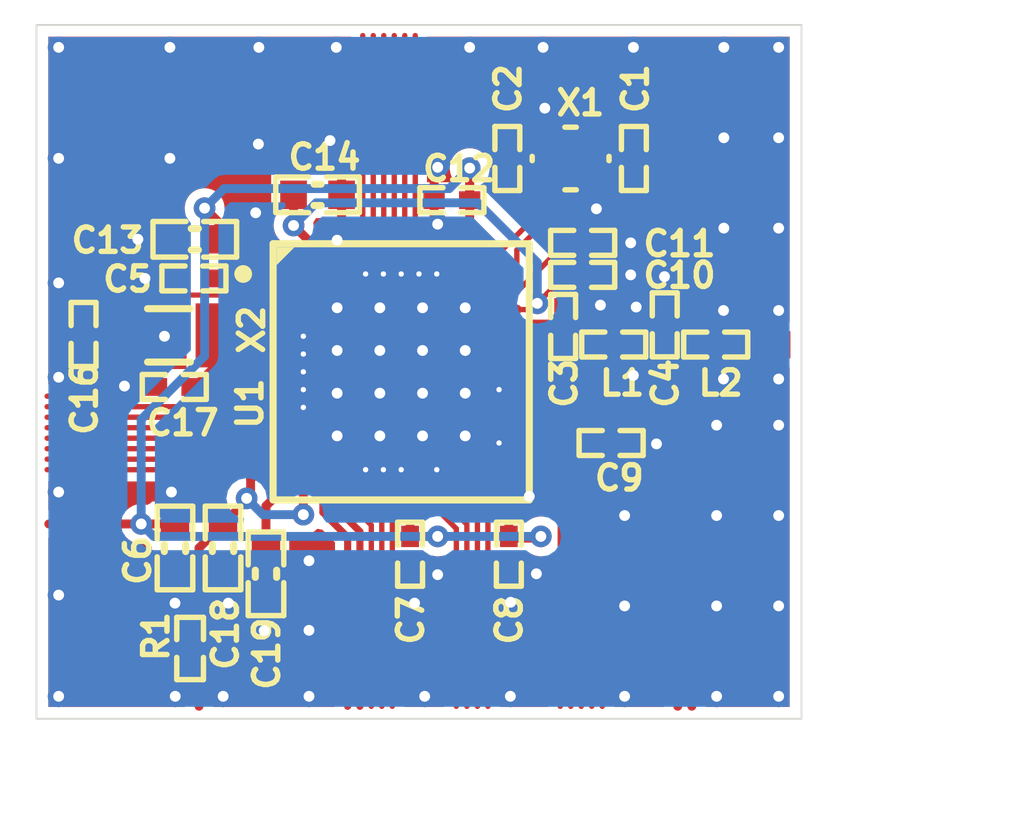
<source format=kicad_pcb>
(kicad_pcb (version 20241229) (generator "pcbnew") (generator_version "9.0")
  (layers (0 "F.Cu" signal "Top Layer") (4 "In1.Cu" signal "Mid Layer 1") (6 "In2.Cu" signal "Mid Layer 2") (2 "B.Cu" signal "Bottom Layer") (13 "F.Paste" user "Top Paste") (15 "B.Paste" user "Bottom Paste") (5 "F.SilkS" user "Top Overlay") (7 "B.SilkS" user "Bottom Overlay") (1 "F.Mask" user "Top Solder") (3 "B.Mask" user "Bottom Solder") (25 "Edge.Cuts" user))
  (property "ADDRESS1" "")
  (property "ADDRESS2" "")
  (property "ADDRESS3" "")
  (property "ADDRESS4" "")
  (property "BOARDTITLE" "nRF52833-QIAA Ref. Layout (LDO only, VBUS supply)")
  (property "DOCUMENTNUMBER" "")
  (property "DOCUMENTSIZE" "A4")
  (property "DRAWNBY" "RUBR")
  (property "ORGANIZATION" "")
  (property "PROJECTNUMBER" "")
  (property "SHEETTOTAL" "1")
  (net 0 "")
  (net 1 "VBUS")
  (net 2 "NetC4_2")
  (net 3 "NetC19_1")
  (net 4 "P0.19")
  (net 5 "P1.03")
  (net 6 "P1.05")
  (net 7 "P0.23")
  (net 8 "P0.25")
  (net 9 "P1.09")
  (net 10 "P1.08")
  (net 11 "P1.07")
  (net 12 "P1.06")
  (net 13 "P1.04")
  (net 14 "P1.02")
  (net 15 "P1.01")
  (net 16 "P1.00")
  (net 17 "P0.31/AIN7")
  (net 18 "P0.30/AIN6")
  (net 19 "P0.29/AIN5")
  (net 20 "P0.18/RESET")
  (net 21 "P0.10/NFC2")
  (net 22 "P0.09/NFC1")
  (net 23 "VBUS_nRF")
  (net 24 "NetC9_1")
  (net 25 "D-")
  (net 26 "D+")
  (net 27 "VDD_NRF")
  (net 28 "SWDIO")
  (net 29 "RF")
  (net 30 "P0.28/AIN4")
  (net 31 "P0.05/AIN3")
  (net 32 "P0.04/AIN2")
  (net 33 "P0.03/AIN1")
  (net 34 "P0.02/AIN0")
  (net 35 "P0.01/XL2")
  (net 36 "P0.00/XL1")
  (net 37 "NetC3_2")
  (net 38 "DEC3")
  (net 39 "GND")
  (net 40 "SWDCLK")
  (net 41 "P0.27")
  (net 42 "P0.26")
  (net 43 "P0.24")
  (net 44 "P0.22")
  (net 45 "P0.21")
  (net 46 "P0.20")
  (net 47 "P0.17")
  (net 48 "P0.16")
  (net 49 "P0.15")
  (net 50 "P0.14")
  (net 51 "P0.13")
  (net 52 "P0.12")
  (net 53 "P0.11")
  (net 54 "P0.08")
  (net 55 "P0.07")
  (net 56 "P0.06")
  (net 57 "DEC1")
  (net 58 "DEC4_6")
  (net 59 "XC1")
  (net 60 "XC2")
  (footprint "AQFN50P700X700X85_HS-74N:AQFN50P700X700X85_HS-74N" (layer "F.Cu") (at 148.0011 105.0036)
    (property "Reference" "U1")
    (property "Value" "nRF52833-QIAA" (hide yes))
  )
  (footprint "Passive:CAPC1608X06L" (layer "F.Cu") (at 145.6511 100.0286 180)
    (property "Reference" "C14")
    (property "Value" "1.0µF" (hide yes))
  )
  (footprint "Crystal_Osc$:BT-XTAL_2016" (layer "F.Cu") (at 152.7623 99.00819 180)
    (property "Reference" "X1")
    (property "Value" "32MHz" (hide yes))
  )
  (footprint "0402:CAPC1005X04L" (layer "F.Cu") (at 151.0261 110.1286 -90)
    (property "Reference" "C8")
    (property "Value" "100nF" (hide yes))
  )
  (footprint "Passive:INDC1005X04L" (layer "F.Cu") (at 156.8403 104.2366)
    (property "Reference" "L2")
    (property "Value" "2.2nH" (hide yes))
  )
  (footprint "Passive:CAPC1005X04L" (layer "F.Cu") (at 153.1011 102.2786 180)
    (property "Reference" "C10")
    (property "Value" "N.C." (hide yes))
  )
  (footprint "pcblib:XTAL_3215" (layer "F.Cu") (at 141.4737 103.9786)
    (property "Reference" "X2")
    (property "Value" "32.768kHz" (hide yes))
  )
  (footprint "0402:CAPC1005X04L" (layer "F.Cu") (at 153.90107 107.0036)
    (property "Reference" "C9")
    (property "Value" "820pF" (hide yes))
  )
  (footprint "" (layer "F.Cu") (at 158.5581 104.2416)
    (property "Reference" "")
    (property "Value" "")
  )
  (footprint "Passive:CAPC1005X04L" (layer "F.Cu") (at 139.0737 103.9536 90)
    (property "Reference" "C16")
    (property "Value" "12pF" (hide yes))
  )
  (footprint "0402:CAPC1005X04L" (layer "F.Cu") (at 142.1761 102.3786 180)
    (property "Reference" "C5")
    (property "Value" "100nF" (hide yes))
  )
  (footprint "Passive:CAPC1005X04L" (layer "F.Cu") (at 141.6237 105.4286 180)
    (property "Reference" "C17")
    (property "Value" "12pF" (hide yes))
  )
  (footprint "0402:CAPC1005X04L" (layer "F.Cu") (at 154.5403 99.00819 -90)
    (property "Reference" "C1")
    (property "Value" "12pF" (hide yes))
  )
  (footprint "Passive:CAPC1005X04L" (layer "F.Cu") (at 149.4261 100.17859 180)
    (property "Reference" "C12")
    (property "Value" "100nF" (hide yes))
  )
  (footprint "Passive:CAPC1608X06L" (layer "F.Cu") (at 144.20107 110.6786 -90)
    (property "Reference" "C19")
    (property "Value" "4.7µF" (hide yes))
  )
  (footprint "Inductors$:INDC1005X04L" (layer "F.Cu") (at 153.97509 104.2362)
    (property "Reference" "L1")
    (property "Value" "4.7nH" (hide yes))
  )
  (footprint "Nordic Passive DB:CAPC1005X04L" (layer "F.Cu") (at 152.55269 103.7282 -90)
    (property "Reference" "C3")
    (property "Value" "1.0pF" (hide yes))
  )
  (footprint "Passive:RESC1005X04L" (layer "F.Cu") (at 142.0691 112.7786 90)
    (property "Reference" "R1")
    (property "Value" "2R2" (hide yes))
  )
  (footprint "0402:CAPC1005X04L" (layer "F.Cu") (at 148.2511 110.1286 -90)
    (property "Reference" "C7")
    (property "Value" "100nF" (hide yes))
  )
  (footprint "Passive:CAPC1005X04L" (layer "F.Cu") (at 155.40766 103.6828 -90)
    (property "Reference" "C4")
    (property "Value" "1.2pF" (hide yes))
  )
  (footprint "Passive:CAPC1608X06L" (layer "F.Cu") (at 141.6441 109.95361 -90)
    (property "Reference" "C6")
    (property "Value" "4.7µF" (hide yes))
  )
  (footprint "Passive:CAPC1608X06L" (layer "F.Cu") (at 142.20109 101.2786 180)
    (property "Reference" "C13")
    (property "Value" "1.0µF" (hide yes))
  )
  (footprint "Passive:CAPC1608X06L" (layer "F.Cu") (at 142.99409 109.95361 -90)
    (property "Reference" "C18")
    (property "Value" "4.7µF" (hide yes))
  )
  (footprint "Passive:CAPC1005X04L" (layer "F.Cu") (at 153.1011 101.3786)
    (property "Reference" "C11")
    (property "Value" "100pF" (hide yes))
  )
  (footprint "0402:CAPC1005X04L" (layer "F.Cu") (at 150.9843 99.00819 90)
    (property "Reference" "C2")
    (property "Value" "12pF" (hide yes))
  )
  (gr_line (start 137.7511 114.7536) (end 159.2511 114.7536) (stroke (width 0.05)) (layer "Edge.Cuts"))
  (gr_line (start 159.2511 95.2536) (end 137.7511 95.2536) (stroke (width 0.05)) (layer "Edge.Cuts"))
  (gr_line (start 159.2511 114.7536) (end 159.2511 95.2536) (stroke (width 0.05)) (layer "Edge.Cuts"))
  (gr_line (start 137.7511 95.2536) (end 137.7511 114.7536) (stroke (width 0.05)) (layer "Edge.Cuts"))
  (segment (start 142.0691 113.3036) (end 142.0691 113.2786) (width 0.25) (layer "F.Cu") (net 1))
  (segment (start 142.0691 113.3036) (end 142.3191 113.5536) (width 0.25) (layer "F.Cu") (net 1))
  (segment (start 142.3191 114.4016) (end 142.3191 113.5536) (width 0.25) (layer "F.Cu") (net 1))
  (segment (start 154.51866 104.2416) (end 156.3069 104.2416) (width 0.762) (layer "F.Cu") (net 2))
  (segment (start 145.09597 107.8791) (end 145.8756 107.8791) (width 0.184) (layer "F.Cu") (net 3))
  (segment (start 144.84359 108.13148) (end 145.09597 107.8791) (width 0.184) (layer "F.Cu") (net 3))
  (segment (start 145.8756 107.8791) (end 146.0011 107.7536) (width 0.184) (layer "F.Cu") (net 3))
  (segment (start 144.20107 108.774) (end 144.84359 108.13148) (width 0.25) (layer "F.Cu") (net 3))
  (segment (start 144.20107 110.0036) (end 144.20107 108.774) (width 0.25) (layer "F.Cu") (net 3))
  (segment (start 147.8061 101.21642) (end 148.2511 101.66141) (width 0.15) (layer "F.Cu") (net 4))
  (segment (start 147.8061 101.21642) (end 147.8061 95.5536) (width 0.15) (layer "F.Cu") (net 4))
  (segment (start 148.2511 101.7536) (end 148.2511 101.66141) (width 0.15) (layer "F.Cu") (net 4))
  (via blind (at 148.50109 102.2536) (size 0.35) (drill 0.15) (layers "F.Cu" "In1.Cu") (net 5))
  (segment (start 148.7511 101.7536) (end 148.7511 101.74422) (width 0.15) (layer "F.Cu") (net 6))
  (segment (start 148.1011 101.09422) (end 148.1011 95.5536) (width 0.15) (layer "F.Cu") (net 6))
  (segment (start 148.1011 101.09422) (end 148.7511 101.74422) (width 0.15) (layer "F.Cu") (net 6))
  (via blind (at 149.0011 102.2536) (size 0.35) (drill 0.15) (layers "F.Cu" "In1.Cu") (net 7))
  (segment (start 148.82017 101.3961) (end 149.39918 101.3961) (width 0.15) (layer "F.Cu") (net 8))
  (segment (start 148.3961 100.97203) (end 148.82017 101.3961) (width 0.15) (layer "F.Cu") (net 8))
  (segment (start 148.3961 100.97203) (end 148.3961 95.5536) (width 0.15) (layer "F.Cu") (net 8))
  (segment (start 149.39918 101.3961) (end 149.7511 101.74802) (width 0.15) (layer "F.Cu") (net 8))
  (segment (start 142.8711 107.4586) (end 144.57609 105.7536) (width 0.15) (layer "F.Cu") (net 9))
  (segment (start 138.0511 107.4586) (end 142.8711 107.4586) (width 0.15) (layer "F.Cu") (net 9))
  (segment (start 144.57609 105.7536) (end 144.7511 105.7536) (width 0.15) (layer "F.Cu") (net 9))
  (via blind (at 145.2511 105.5036) (size 0.35) (drill 0.15) (layers "F.Cu" "In1.Cu") (net 10))
  (via blind (at 150.7511 105.5036) (size 0.35) (drill 0.15) (layers "F.Cu" "In1.Cu") (net 11))
  (segment (start 153.6515 114.40361) (end 153.6515 108.13523) (width 0.15) (layer "F.Cu") (net 12))
  (segment (start 151.26987 105.7536) (end 153.6515 108.13523) (width 0.15) (layer "F.Cu") (net 12))
  (segment (start 151.2511 105.7536) (end 151.26987 105.7536) (width 0.15) (layer "F.Cu") (net 12))
  (segment (start 151.2511 106.2536) (end 151.35267 106.2536) (width 0.15) (layer "F.Cu") (net 13))
  (segment (start 151.35267 106.2536) (end 153.3565 108.25742) (width 0.15) (layer "F.Cu") (net 13))
  (segment (start 153.3565 114.40361) (end 153.3565 108.25742) (width 0.15) (layer "F.Cu") (net 13))
  (segment (start 153.0615 114.40361) (end 153.0615 108.37962) (width 0.15) (layer "F.Cu") (net 14))
  (segment (start 151.43548 106.7536) (end 153.0615 108.37962) (width 0.15) (layer "F.Cu") (net 14))
  (segment (start 151.2511 106.7536) (end 151.43548 106.7536) (width 0.15) (layer "F.Cu") (net 14))
  (via blind (at 150.7511 107.0036) (size 0.35) (drill 0.15) (layers "F.Cu" "In1.Cu") (net 15))
  (segment (start 150.4385 114.4036) (end 150.4385 109.04605) (width 0.15) (layer "F.Cu") (net 16))
  (segment (start 150.2511 108.85865) (end 150.2511 108.2536) (width 0.15) (layer "F.Cu") (net 16))
  (segment (start 150.2511 108.85865) (end 150.4385 109.04605) (width 0.15) (layer "F.Cu") (net 16))
  (segment (start 146.7511 101.7536) (end 146.7511 101.5436) (width 0.15) (layer "F.Cu") (net 17))
  (segment (start 146.7511 101.5436) (end 146.9211 101.3736) (width 0.15) (layer "F.Cu") (net 17))
  (segment (start 146.9211 101.3736) (end 146.9211 95.5536) (width 0.15) (layer "F.Cu") (net 17))
  (via blind (at 147.0011 102.2536) (size 0.35) (drill 0.15) (layers "F.Cu" "In1.Cu") (net 18))
  (segment (start 147.2161 101.71861) (end 147.2161 95.5536) (width 0.15) (layer "F.Cu") (net 19))
  (segment (start 147.2161 101.71861) (end 147.2511 101.7536) (width 0.15) (layer "F.Cu") (net 19))
  (via blind (at 148.0011 107.7536) (size 0.35) (drill 0.15) (layers "F.Cu" "In1.Cu") (net 20))
  (segment (start 156.1685 114.4016) (end 156.1685 106.56719) (width 0.25) (layer "F.Cu") (net 21))
  (segment (start 151.44462 104.2536) (end 153.04962 105.8586) (width 0.25) (layer "F.Cu") (net 21))
  (segment (start 155.45991 105.8586) (end 156.1685 106.56719) (width 0.25) (layer "F.Cu") (net 21))
  (segment (start 153.04962 105.8586) (end 155.45991 105.8586) (width 0.25) (layer "F.Cu") (net 21))
  (segment (start 151.2511 104.2536) (end 151.44462 104.2536) (width 0.25) (layer "F.Cu") (net 21))
  (segment (start 151.2511 104.7536) (end 151.386 104.7536) (width 0.25) (layer "F.Cu") (net 22))
  (segment (start 152.886 106.2536) (end 155.2963 106.2536) (width 0.25) (layer "F.Cu") (net 22))
  (segment (start 151.386 104.7536) (end 152.886 106.2536) (width 0.25) (layer "F.Cu") (net 22))
  (segment (start 155.7735 114.4016) (end 155.7735 106.7308) (width 0.25) (layer "F.Cu") (net 22))
  (segment (start 155.2963 106.2536) (end 155.7735 106.7308) (width 0.25) (layer "F.Cu") (net 22))
  (segment (start 145.01631 107.1621) (end 145.1748 107.0036) (width 0.25) (layer "F.Cu") (net 23))
  (segment (start 144.63131 107.1621) (end 145.01631 107.1621) (width 0.25) (layer "F.Cu") (net 23))
  (segment (start 142.3191 109.9536) (end 142.99409 109.27861) (width 0.25) (layer "F.Cu") (net 23))
  (segment (start 143.76909 108.02432) (end 144.63131 107.1621) (width 0.25) (layer "F.Cu") (net 23))
  (segment (start 145.2511 109.0168) (end 145.2511 108.2536) (width 0.25) (layer "F.Cu") (net 23))
  (segment (start 142.3191 112.0286) (end 142.3191 109.9536) (width 0.25) (layer "F.Cu") (net 23))
  (segment (start 142.0691 112.2786) (end 142.3191 112.0286) (width 0.25) (layer "F.Cu") (net 23))
  (segment (start 142.99409 109.27861) (end 143.76909 108.5036) (width 0.25) (layer "F.Cu") (net 23))
  (segment (start 143.76909 108.5036) (end 143.76909 108.02432) (width 0.25) (layer "F.Cu") (net 23))
  (segment (start 145.1748 107.0036) (end 145.2511 107.0036) (width 0.25) (layer "F.Cu") (net 23))
  (via (at 143.6577 108.5596) (size 0.6096) (drill 0.3048) (layers "F.Cu" "B.Cu") (net 23))
  (via (at 145.2511 109.0168) (size 0.6096) (drill 0.3048) (layers "F.Cu" "B.Cu") (net 23))
  (segment (start 143.6831 108.585) (end 144.1149 109.0168) (width 0.25) (layer "B.Cu") (net 23))
  (segment (start 144.1149 109.0168) (end 145.2511 109.0168) (width 0.25) (layer "B.Cu") (net 23))
  (segment (start 151.2511 105.2536) (end 151.32739 105.2536) (width 0.25) (layer "F.Cu") (net 24))
  (segment (start 153.07739 107.0036) (end 153.40107 107.0036) (width 0.25) (layer "F.Cu") (net 24))
  (segment (start 151.32739 105.2536) (end 153.07739 107.0036) (width 0.25) (layer "F.Cu") (net 24))
  (segment (start 146.4961 114.4036) (end 146.4961 109.6486) (width 0.2) (layer "F.Cu") (net 25))
  (segment (start 145.8009 108.9534) (end 146.4961 109.6486) (width 0.2) (layer "F.Cu") (net 25))
  (segment (start 145.8009 108.9534) (end 145.8009 108.30341) (width 0.2) (layer "F.Cu") (net 25))
  (segment (start 145.7511 108.2536) (end 145.8009 108.30341) (width 0.2) (layer "F.Cu") (net 25))
  (segment (start 146.25109 108.9036) (end 146.25109 108.2536) (width 0.2) (layer "F.Cu") (net 26))
  (segment (start 146.25109 108.9036) (end 146.8411 109.4936) (width 0.2) (layer "F.Cu") (net 26))
  (segment (start 146.8411 114.4036) (end 146.8411 109.4936) (width 0.2) (layer "F.Cu") (net 26))
  (segment (start 149.92611 100.15361) (end 149.92611 99.27859) (width 0.25) (layer "F.Cu") (net 27))
  (segment (start 149.9261 101.0536) (end 150.2511 101.3786) (width 0.25) (layer "F.Cu") (net 27))
  (segment (start 148.2511 109.6286) (end 149.0261 109.6286) (width 0.25) (layer "F.Cu") (net 27))
  (segment (start 150.7511 108.2536) (end 151.0261 108.5286) (width 0.25) (layer "F.Cu") (net 27))
  (segment (start 151.0261 109.6286) (end 151.0261 108.5286) (width 0.25) (layer "F.Cu") (net 27))
  (segment (start 141.6441 109.27861) (end 142.8191 108.1036) (width 0.25) (layer "F.Cu") (net 27))
  (segment (start 149.92611 100.15361) (end 149.93859 100.16609) (width 0.25) (layer "F.Cu") (net 27))
  (segment (start 138.0973 109.27861) (end 140.6941 109.27861) (width 0.25) (layer "F.Cu") (net 27))
  (segment (start 142.87609 101.2786) (end 142.87609 100.8036) (width 0.25) (layer "F.Cu") (net 27))
  (segment (start 150.2511 101.7536) (end 150.2511 101.3786) (width 0.25) (layer "F.Cu") (net 27))
  (segment (start 143.13119 108.1036) (end 144.48119 106.7536) (width 0.25) (layer "F.Cu") (net 27))
  (segment (start 148.2511 109.6286) (end 148.2511 108.2536) (width 0.25) (layer "F.Cu") (net 27))
  (segment (start 151.0261 109.6286) (end 151.0761 109.6786) (width 0.25) (layer "F.Cu") (net 27))
  (segment (start 149.9261 100.02858) (end 149.9261 99.2786) (width 0.25) (layer "F.Cu") (net 27))
  (segment (start 149.9261 101.0536) (end 149.9261 100.17859) (width 0.25) (layer "F.Cu") (net 27))
  (segment (start 142.87609 101.2786) (end 143.7761 101.2786) (width 0.25) (layer "F.Cu") (net 27))
  (segment (start 142.4761 100.4036) (end 142.87609 100.8036) (width 0.25) (layer "F.Cu") (net 27))
  (segment (start 140.6941 109.27861) (end 141.6441 109.27861) (width 0.25) (layer "F.Cu") (net 27))
  (segment (start 143.7761 101.2786) (end 144.7511 102.2536) (width 0.25) (layer "F.Cu") (net 27))
  (segment (start 151.0761 109.6786) (end 151.9261 109.6786) (width 0.25) (layer "F.Cu") (net 27))
  (segment (start 142.8191 108.1036) (end 143.13119 108.1036) (width 0.25) (layer "F.Cu") (net 27))
  (segment (start 144.48119 106.7536) (end 144.7511 106.7536) (width 0.25) (layer "F.Cu") (net 27))
  (via (at 140.6941 109.27861) (size 0.6096) (drill 0.3048) (layers "F.Cu" "B.Cu") (net 27))
  (via (at 149.92611 99.27859) (size 0.6096) (drill 0.3048) (layers "F.Cu" "B.Cu") (net 27))
  (via (at 149.0261 109.6286) (size 0.6096) (drill 0.3048) (layers "F.Cu" "B.Cu") (net 27))
  (via (at 142.4761 100.4036) (size 0.6096) (drill 0.3048) (layers "F.Cu" "B.Cu") (net 27))
  (via (at 151.9261 109.6286) (size 0.6096) (drill 0.3048) (layers "F.Cu" "B.Cu") (net 27))
  (segment (start 140.6941 109.27861) (end 141.0441 109.6286) (width 0.25) (layer "B.Cu") (net 27))
  (segment (start 143.02589 99.8538) (end 149.3509 99.8538) (width 0.25) (layer "B.Cu") (net 27))
  (segment (start 140.6941 106.3416) (end 142.4761 104.5596) (width 0.25) (layer "B.Cu") (net 27))
  (segment (start 142.4761 104.5596) (end 142.4761 100.4036) (width 0.25) (layer "B.Cu") (net 27))
  (segment (start 142.4761 100.4036) (end 143.02589 99.8538) (width 0.25) (layer "B.Cu") (net 27))
  (segment (start 140.6941 109.27861) (end 140.6941 106.3416) (width 0.25) (layer "B.Cu") (net 27))
  (segment (start 141.0441 109.6286) (end 149.0261 109.6286) (width 0.25) (layer "B.Cu") (net 27))
  (segment (start 149.0261 109.6286) (end 149.0261 109.6286) (width 0.25) (layer "B.Cu") (net 27))
  (segment (start 149.0261 109.6286) (end 151.9261 109.6286) (width 0.25) (layer "B.Cu") (net 27))
  (segment (start 149.3509 99.8538) (end 149.92611 99.27859) (width 0.25) (layer "B.Cu") (net 27))
  (segment (start 151.6011 107.7536) (end 152.4715 108.624) (width 0.15) (layer "F.Cu") (net 28))
  (segment (start 151.2511 107.7536) (end 151.6011 107.7536) (width 0.15) (layer "F.Cu") (net 28))
  (segment (start 152.4715 114.40361) (end 152.4715 108.624) (width 0.15) (layer "F.Cu") (net 28))
  (segment (start 157.3737 104.2416) (end 158.5011 104.2416) (width 0.762) (layer "F.Cu") (net 29))
  (via blind (at 147.5011 102.2536) (size 0.35) (drill 0.15) (layers "F.Cu" "In1.Cu") (net 30))
  (via blind (at 145.2511 104.5036) (size 0.35) (drill 0.15) (layers "F.Cu" "In1.Cu") (net 31))
  (segment (start 138.0511 106.5736) (end 142.42552 106.5736) (width 0.15) (layer "F.Cu") (net 32))
  (segment (start 144.74551 104.2536) (end 144.7511 104.2536) (width 0.15) (layer "F.Cu") (net 32))
  (segment (start 142.42552 106.5736) (end 144.74551 104.2536) (width 0.15) (layer "F.Cu") (net 32))
  (via blind (at 148.0011 102.2536) (size 0.35) (drill 0.15) (layers "F.Cu" "In1.Cu") (net 33))
  (segment (start 147.7511 101.7536) (end 147.7511 101.5786) (width 0.15) (layer "F.Cu") (net 34))
  (segment (start 147.5111 101.33861) (end 147.5111 95.5536) (width 0.15) (layer "F.Cu") (net 34))
  (segment (start 147.5111 101.33861) (end 147.7511 101.5786) (width 0.15) (layer "F.Cu") (net 34))
  (segment (start 142.7237 104.8286) (end 142.7237 103.9786) (width 0.145) (layer "F.Cu") (net 35))
  (segment (start 145.14609 103.3986) (end 145.2511 103.5036) (width 0.145) (layer "F.Cu") (net 35))
  (segment (start 143.30371 103.3986) (end 145.14609 103.3986) (width 0.145) (layer "F.Cu") (net 35))
  (segment (start 141.7937 105.9836) (end 142.1237 105.6536) (width 0.15) (layer "F.Cu") (net 35))
  (segment (start 142.7237 103.9786) (end 143.30371 103.3986) (width 0.145) (layer "F.Cu") (net 35))
  (segment (start 142.1237 105.4286) (end 142.7237 104.8286) (width 0.145) (layer "F.Cu") (net 35))
  (segment (start 138.0511 105.9836) (end 141.7937 105.9836) (width 0.15) (layer "F.Cu") (net 35))
  (segment (start 142.1237 105.6536) (end 142.1237 105.4286) (width 0.15) (layer "F.Cu") (net 35))
  (segment (start 139.7487 104.4536) (end 140.2237 103.9786) (width 0.145) (layer "F.Cu") (net 36))
  (segment (start 144.1561 103.10861) (end 145.14609 103.10861) (width 0.145) (layer "F.Cu") (net 36))
  (segment (start 139.0737 105.32558) (end 139.0737 104.4536) (width 0.15) (layer "F.Cu") (net 36))
  (segment (start 141.5086 102.8461) (end 143.88423 102.8461) (width 0.145) (layer "F.Cu") (net 36))
  (segment (start 138.71068 105.6886) (end 139.0737 105.32558) (width 0.15) (layer "F.Cu") (net 36))
  (segment (start 143.88423 102.8461) (end 144.13423 103.09611) (width 0.145) (layer "F.Cu") (net 36))
  (segment (start 140.2237 103.9786) (end 140.3761 103.9786) (width 0.145) (layer "F.Cu") (net 36))
  (segment (start 145.14609 103.10861) (end 145.2511 103.0036) (width 0.145) (layer "F.Cu") (net 36))
  (segment (start 138.0511 105.6886) (end 138.71068 105.6886) (width 0.15) (layer "F.Cu") (net 36))
  (segment (start 139.0737 104.4536) (end 139.7487 104.4536) (width 0.145) (layer "F.Cu") (net 36))
  (segment (start 140.3761 103.9786) (end 141.5086 102.8461) (width 0.145) (layer "F.Cu") (net 36))
  (segment (start 144.13423 103.09611) (end 144.1436 103.09611) (width 0.145) (layer "F.Cu") (net 36))
  (segment (start 144.1436 103.09611) (end 144.1561 103.10861) (width 0.145) (layer "F.Cu") (net 36))
  (segment (start 152.2213 103.8986) (end 152.5557 104.233) (width 0.145) (layer "F.Cu") (net 37))
  (segment (start 150.7511 104.0036) (end 150.8561 103.8986) (width 0.145) (layer "F.Cu") (net 37))
  (segment (start 152.5557 104.233) (end 152.56069 104.23799) (width 0.145) (layer "F.Cu") (net 37))
  (segment (start 150.85609 103.8986) (end 152.2213 103.8986) (width 0.145) (layer "F.Cu") (net 37))
  (segment (start 152.5557 104.233) (end 153.44968 104.233) (width 0.508) (layer "F.Cu") (net 37))
  (segment (start 150.7511 103.0036) (end 150.75668 103.0036) (width 0.15) (layer "F.Cu") (net 38))
  (segment (start 151.08168 102.6786) (end 151.33168 102.6786) (width 0.15) (layer "F.Cu") (net 38))
  (segment (start 151.33168 102.6786) (end 152.6011 101.40919) (width 0.15) (layer "F.Cu") (net 38))
  (segment (start 152.6011 101.40919) (end 152.6011 101.3786) (width 0.15) (layer "F.Cu") (net 38))
  (segment (start 150.75668 103.0036) (end 151.08168 102.6786) (width 0.15) (layer "F.Cu") (net 38))
  (segment (start 146.5011 103.5036) (end 146.5011 102.2536) (width 0.25) (layer "F.Cu") (net 39))
  (segment (start 146.34359 101.92239) (end 146.34359 101.3611) (width 0.25) (layer "F.Cu") (net 39))
  (segment (start 152.00629 98.40219) (end 152.0373 98.43319) (width 0.25) (layer "F.Cu") (net 39))
  (segment (start 146.34359 101.92239) (end 146.5011 102.0799) (width 0.25) (layer "F.Cu") (net 39))
  (segment (start 150.9843 98.50819) (end 151.9623 98.50819) (width 0.25) (layer "F.Cu") (net 39))
  (segment (start 146.5011 102.2536) (end 146.5011 102.0799) (width 0.25) (layer "F.Cu") (net 39))
  (segment (start 153.56229 99.5082) (end 154.5403 99.5082) (width 0.25) (layer "F.Cu") (net 39))
  (segment (start 152.0373 98.43319) (end 152.0373 97.59419) (width 0.25) (layer "F.Cu") (net 39))
  (segment (start 150.85609 103.60861) (end 152.17228 103.60861) (width 0.145) (layer "F.Cu") (net 39))
  (segment (start 150.7511 103.5036) (end 150.8561 103.60861) (width 0.145) (layer "F.Cu") (net 39))
  (segment (start 152.17228 103.60861) (end 152.55269 103.2282) (width 0.145) (layer "F.Cu") (net 39))
  (segment (start 148.0011 105.0036) (end 148.6011 104.4036) (width 0.25) (layer "F.Cu") (net 39))
  (segment (start 149.5011 103.5036) (end 150.7511 103.5036) (width 0.25) (layer "F.Cu") (net 39))
  (segment (start 151.9623 98.50819) (end 152.0373 98.43319) (width 0.25) (layer "F.Cu") (net 39))
  (segment (start 153.4873 100.4222) (end 153.4873 99.58319) (width 0.25) (layer "F.Cu") (net 39))
  (segment (start 148.6011 104.4036) (end 149.5011 103.5036) (width 0.25) (layer "F.Cu") (net 39))
  (segment (start 146.5011 103.5036) (end 148.0011 105.0036) (width 0.25) (layer "F.Cu") (net 39))
  (via (at 145.4103 114.1222) (size 0.6096) (drill 0.3048) (layers "F.Cu" "B.Cu") (net 39))
  (via (at 138.3745 99.0036) (size 0.6096) (drill 0.3048) (layers "F.Cu" "B.Cu") (net 39))
  (via (at 156.8657 109.0422) (size 0.6096) (drill 0.3048) (layers "F.Cu" "B.Cu") (net 39))
  (via (at 147.40109 105.60361) (size 0.6096) (drill 0.3048) (layers "F.Cu" "B.Cu") (net 39))
  (via (at 141.5011 99.0036) (size 0.6096) (drill 0.3048) (layers "F.Cu" "B.Cu") (net 39))
  (via (at 158.6091 114.1222) (size 0.6096) (drill 0.3048) (layers "F.Cu" "B.Cu") (net 39))
  (via (at 138.3745 102.5036) (size 0.6096) (drill 0.3048) (layers "F.Cu" "B.Cu") (net 39))
  (via (at 141.6441 111.5036) (size 0.6096) (drill 0.3048) (layers "F.Cu" "B.Cu") (net 39))
  (via (at 143.1441 111.5036) (size 0.6096) (drill 0.3048) (layers "F.Cu" "B.Cu") (net 39))
  (via (at 153.4873 100.4222) (size 0.6096) (drill 0.3048) (layers "F.Cu" "B.Cu") (net 39))
  (via (at 151.0693 114.1222) (size 0.6096) (drill 0.3048) (layers "F.Cu" "B.Cu") (net 39))
  (via (at 148.3777 111.5036) (size 0.6096) (drill 0.3048) (layers "F.Cu" "B.Cu") (net 39))
  (via (at 158.6091 106.5022) (size 0.6096) (drill 0.3048) (layers "F.Cu" "B.Cu") (net 39))
  (via (at 154.2805 114.1222) (size 0.6096) (drill 0.3048) (layers "F.Cu" "B.Cu") (net 39))
  (via (at 154.6051 103.1826) (size 0.6096) (drill 0.3048) (layers "F.Cu" "B.Cu") (net 39))
  (via (at 145.4103 112.268) (size 0.6096) (drill 0.3048) (layers "F.Cu" "B.Cu") (net 39))
  (via (at 149.0277 99.256) (size 0.6096) (drill 0.3048) (layers "F.Cu" "B.Cu") (net 39))
  (via (at 140.2241 105.4036) (size 0.6096) (drill 0.3048) (layers "F.Cu" "B.Cu") (net 39))
  (via (at 146.20109 106.80361) (size 0.6096) (drill 0.3048) (layers "F.Cu" "B.Cu") (net 39))
  (via (at 157.0689 100.965) (size 0.6096) (drill 0.3048) (layers "F.Cu" "B.Cu") (net 39))
  (via (at 138.3745 105.156) (size 0.6096) (drill 0.3048) (layers "F.Cu" "B.Cu") (net 39))
  (via (at 146.2011 101.3036) (size 0.6096) (drill 0.3048) (layers "F.Cu" "B.Cu") (net 39))
  (via (at 156.8657 106.5022) (size 0.6096) (drill 0.3048) (layers "F.Cu" "B.Cu") (net 39))
  (via (at 147.40109 104.4036) (size 0.6096) (drill 0.3048) (layers "F.Cu" "B.Cu") (net 39))
  (via (at 154.2805 111.5822) (size 0.6096) (drill 0.3048) (layers "F.Cu" "B.Cu") (net 39))
  (via (at 148.6615 114.1222) (size 0.6096) (drill 0.3048) (layers "F.Cu" "B.Cu") (net 39))
  (via (at 158.6091 111.5822) (size 0.6096) (drill 0.3048) (layers "F.Cu" "B.Cu") (net 39))
  (via (at 151.8011 110.6786) (size 0.6096) (drill 0.3048) (layers "F.Cu" "B.Cu") (net 39))
  (via (at 157.05928 105.2052) (size 0.6096) (drill 0.3048) (layers "F.Cu" "B.Cu") (net 39))
  (via (at 152.0373 97.59419) (size 0.6096) (drill 0.3048) (layers "F.Cu" "B.Cu") (net 39))
  (via (at 151.0769 111.4794) (size 0.6096) (drill 0.3048) (layers "F.Cu" "B.Cu") (net 39))
  (via (at 156.8657 114.1222) (size 0.6096) (drill 0.3048) (layers "F.Cu" "B.Cu") (net 39))
  (via (at 155.4011 102.3278) (size 0.6096) (drill 0.3048) (layers "F.Cu" "B.Cu") (net 39))
  (via (at 154.2805 109.0422) (size 0.6096) (drill 0.3048) (layers "F.Cu" "B.Cu") (net 39))
  (via (at 138.3745 114.1222) (size 0.6096) (drill 0.3048) (layers "F.Cu" "B.Cu") (net 39))
  (via (at 141.6511 114.1222) (size 0.6096) (drill 0.3048) (layers "F.Cu" "B.Cu") (net 39))
  (via (at 155.1761 107.0286) (size 0.6096) (drill 0.3048) (layers "F.Cu" "B.Cu") (net 39))
  (via (at 149.8011 106.80361) (size 0.6096) (drill 0.3048) (layers "F.Cu" "B.Cu") (net 39))
  (via (at 146.20109 103.2036) (size 0.6096) (drill 0.3048) (layers "F.Cu" "B.Cu") (net 39))
  (via (at 138.3745 108.3818) (size 0.6096) (drill 0.3048) (layers "F.Cu" "B.Cu") (net 39))
  (via (at 148.6011 106.80361) (size 0.6096) (drill 0.3048) (layers "F.Cu" "B.Cu") (net 39))
  (via (at 148.6011 104.4036) (size 0.6096) (drill 0.3048) (layers "F.Cu" "B.Cu") (net 39))
  (via (at 148.6011 103.2036) (size 0.6096) (drill 0.3048) (layers "F.Cu" "B.Cu") (net 39))
  (via (at 158.6091 98.425) (size 0.6096) (drill 0.3048) (layers "F.Cu" "B.Cu") (net 39))
  (via (at 140.6011 101.2786) (size 0.6096) (drill 0.3048) (layers "F.Cu" "B.Cu") (net 39))
  (via (at 145.4103 110.3122) (size 0.6096) (drill 0.3048) (layers "F.Cu" "B.Cu") (net 39))
  (via (at 143.9879 98.6028) (size 0.6096) (drill 0.3048) (layers "F.Cu" "B.Cu") (net 39))
  (via (at 157.0689 98.425) (size 0.6096) (drill 0.3048) (layers "F.Cu" "B.Cu") (net 39))
  (via (at 141.5441 108.3818) (size 0.6096) (drill 0.3048) (layers "F.Cu" "B.Cu") (net 39))
  (via (at 146.00109 98.5036) (size 0.6096) (drill 0.3048) (layers "F.Cu" "B.Cu") (net 39))
  (via (at 146.20109 105.60361) (size 0.6096) (drill 0.3048) (layers "F.Cu" "B.Cu") (net 39))
  (via (at 154.4511 101.3786) (size 0.6096) (drill 0.3048) (layers "F.Cu" "B.Cu") (net 39))
  (via (at 153.60029 103.1294) (size 0.6096) (drill 0.3048) (layers "F.Cu" "B.Cu") (net 39))
  (via (at 146.20109 104.4036) (size 0.6096) (drill 0.3048) (layers "F.Cu" "B.Cu") (net 39))
  (via (at 144.0011 95.885) (size 0.6096) (drill 0.3048) (layers "F.Cu" "B.Cu") (net 39))
  (via (at 158.6091 100.965) (size 0.6096) (drill 0.3048) (layers "F.Cu" "B.Cu") (net 39))
  (via (at 143.9117 100.5332) (size 0.6096) (drill 0.3048) (layers "F.Cu" "B.Cu") (net 39))
  (via (at 146.1761 95.885) (size 0.6096) (drill 0.3048) (layers "F.Cu" "B.Cu") (net 39))
  (via (at 144.1511 112.2786) (size 0.6096) (drill 0.3048) (layers "F.Cu" "B.Cu") (net 39))
  (via (at 158.6091 105.2052) (size 0.6096) (drill 0.3048) (layers "F.Cu" "B.Cu") (net 39))
  (via (at 149.8011 104.4036) (size 0.6096) (drill 0.3048) (layers "F.Cu" "B.Cu") (net 39))
  (via (at 147.40109 106.80361) (size 0.6096) (drill 0.3048) (layers "F.Cu" "B.Cu") (net 39))
  (via (at 158.6091 95.885) (size 0.6096) (drill 0.3048) (layers "F.Cu" "B.Cu") (net 39))
  (via (at 142.9973 114.1222) (size 0.6096) (drill 0.3048) (layers "F.Cu" "B.Cu") (net 39))
  (via (at 140.8011 102.3786) (size 0.6096) (drill 0.3048) (layers "F.Cu" "B.Cu") (net 39))
  (via (at 151.9889 95.885) (size 0.6096) (drill 0.3048) (layers "F.Cu" "B.Cu") (net 39))
  (via (at 151.6011 108.5036) (size 0.6096) (drill 0.3048) (layers "F.Cu" "B.Cu") (net 39))
  (via (at 157.0689 95.885) (size 0.6096) (drill 0.3048) (layers "F.Cu" "B.Cu") (net 39))
  (via (at 141.3487 104.0036) (size 0.6096) (drill 0.3048) (layers "F.Cu" "B.Cu") (net 39))
  (via (at 149.8011 105.60361) (size 0.6096) (drill 0.3048) (layers "F.Cu" "B.Cu") (net 39))
  (via (at 154.4511 102.2786) (size 0.6096) (drill 0.3048) (layers "F.Cu" "B.Cu") (net 39))
  (via (at 149.9249 95.885) (size 0.6096) (drill 0.3048) (layers "F.Cu" "B.Cu") (net 39))
  (via (at 154.52609 105.1036) (size 0.6096) (drill 0.3048) (layers "F.Cu" "B.Cu") (net 39))
  (via (at 149.02607 100.8536) (size 0.6096) (drill 0.3048) (layers "F.Cu" "B.Cu") (net 39))
  (via (at 154.5289 95.885) (size 0.6096) (drill 0.3048) (layers "F.Cu" "B.Cu") (net 39))
  (via (at 157.05969 103.279) (size 0.6096) (drill 0.3048) (layers "F.Cu" "B.Cu") (net 39))
  (via (at 138.3745 111.2774) (size 0.6096) (drill 0.3048) (layers "F.Cu" "B.Cu") (net 39))
  (via (at 147.40109 103.2036) (size 0.6096) (drill 0.3048) (layers "F.Cu" "B.Cu") (net 39))
  (via (at 149.8011 103.2036) (size 0.6096) (drill 0.3048) (layers "F.Cu" "B.Cu") (net 39))
  (via (at 148.6011 105.60361) (size 0.6096) (drill 0.3048) (layers "F.Cu" "B.Cu") (net 39))
  (via (at 149.0261 110.7036) (size 0.6096) (drill 0.3048) (layers "F.Cu" "B.Cu") (net 39))
  (via (at 156.8657 111.5822) (size 0.6096) (drill 0.3048) (layers "F.Cu" "B.Cu") (net 39))
  (via (at 141.5011 95.885) (size 0.6096) (drill 0.3048) (layers "F.Cu" "B.Cu") (net 39))
  (via (at 158.6091 109.0422) (size 0.6096) (drill 0.3048) (layers "F.Cu" "B.Cu") (net 39))
  (via (at 158.6091 103.279) (size 0.6096) (drill 0.3048) (layers "F.Cu" "B.Cu") (net 39))
  (via (at 138.3745 95.885) (size 0.6096) (drill 0.3048) (layers "F.Cu" "B.Cu") (net 39))
  (segment (start 151.51829 107.2536) (end 152.7665 108.50181) (width 0.15) (layer "F.Cu") (net 40))
  (segment (start 152.7665 114.40361) (end 152.7665 108.50181) (width 0.15) (layer "F.Cu") (net 40))
  (segment (start 151.2511 107.2536) (end 151.51829 107.2536) (width 0.15) (layer "F.Cu") (net 40))
  (via blind (at 145.2511 104.0036) (size 0.35) (drill 0.15) (layers "F.Cu" "In1.Cu") (net 41))
  (segment (start 144.74551 103.7536) (end 144.7511 103.7536) (width 0.15) (layer "F.Cu") (net 42))
  (segment (start 138.0511 106.2786) (end 142.22052 106.2786) (width 0.15) (layer "F.Cu") (net 42))
  (segment (start 142.22052 106.2786) (end 144.74551 103.7536) (width 0.15) (layer "F.Cu") (net 42))
  (segment (start 150.1435 114.4036) (end 150.1435 109.16824) (width 0.15) (layer "F.Cu") (net 43))
  (segment (start 149.75109 108.77704) (end 149.75109 108.2536) (width 0.15) (layer "F.Cu") (net 43))
  (segment (start 149.75109 108.77704) (end 150.1423 109.16824) (width 0.15) (layer "F.Cu") (net 43))
  (segment (start 149.84729 114.4036) (end 149.84729 109.29043) (width 0.15) (layer "F.Cu") (net 44))
  (segment (start 149.2511 108.69423) (end 149.2511 108.2536) (width 0.15) (layer "F.Cu") (net 44))
  (segment (start 149.2511 108.69423) (end 149.84729 109.29043) (width 0.15) (layer "F.Cu") (net 44))
  (via blind (at 149.0011 107.7536) (size 0.35) (drill 0.15) (layers "F.Cu" "In1.Cu") (net 45))
  (segment (start 148.75109 108.61142) (end 149.5511 109.41142) (width 0.15) (layer "F.Cu") (net 46))
  (segment (start 148.75109 108.61142) (end 148.75109 108.2536) (width 0.15) (layer "F.Cu") (net 46))
  (segment (start 149.5511 114.4036) (end 149.5511 109.41142) (width 0.15) (layer "F.Cu") (net 46))
  (segment (start 147.7511 114.4036) (end 147.7511 108.2536) (width 0.15) (layer "F.Cu") (net 47))
  (via blind (at 147.5011 107.7536) (size 0.35) (drill 0.15) (layers "F.Cu" "In1.Cu") (net 48))
  (segment (start 147.4561 114.4036) (end 147.4561 109.19141) (width 0.15) (layer "F.Cu") (net 49))
  (segment (start 147.25109 108.98641) (end 147.25109 108.2536) (width 0.15) (layer "F.Cu") (net 49))
  (segment (start 147.25109 108.98641) (end 147.4561 109.19141) (width 0.15) (layer "F.Cu") (net 49))
  (via blind (at 147.0011 107.7536) (size 0.35) (drill 0.15) (layers "F.Cu" "In1.Cu") (net 50))
  (segment (start 147.1611 114.4036) (end 147.1611 109.3136) (width 0.15) (layer "F.Cu") (net 51))
  (segment (start 146.7511 108.9036) (end 147.1611 109.3136) (width 0.15) (layer "F.Cu") (net 51))
  (segment (start 146.7511 108.9036) (end 146.7511 108.2536) (width 0.15) (layer "F.Cu") (net 51))
  (segment (start 138.0511 107.7536) (end 142.99329 107.7536) (width 0.15) (layer "F.Cu") (net 52))
  (segment (start 144.49329 106.2536) (end 144.7511 106.2536) (width 0.15) (layer "F.Cu") (net 52))
  (segment (start 142.99329 107.7536) (end 144.49329 106.2536) (width 0.15) (layer "F.Cu") (net 52))
  (via blind (at 145.2511 106.0036) (size 0.35) (drill 0.15) (layers "F.Cu" "In1.Cu") (net 53))
  (segment (start 144.6511 105.2536) (end 144.7511 105.2536) (width 0.15) (layer "F.Cu") (net 54))
  (segment (start 142.7411 107.1636) (end 144.6511 105.2536) (width 0.15) (layer "F.Cu") (net 54))
  (segment (start 138.0511 107.1636) (end 142.7411 107.1636) (width 0.15) (layer "F.Cu") (net 54))
  (via blind (at 145.2511 105.0036) (size 0.35) (drill 0.15) (layers "F.Cu" "In1.Cu") (net 55))
  (segment (start 142.5611 106.8686) (end 144.6761 104.7536) (width 0.15) (layer "F.Cu") (net 56))
  (segment (start 138.0511 106.8686) (end 142.5611 106.8686) (width 0.15) (layer "F.Cu") (net 56))
  (segment (start 144.6761 104.7536) (end 144.7511 104.7536) (width 0.15) (layer "F.Cu") (net 56))
  (segment (start 143.9011 102.3786) (end 144.2761 102.7536) (width 0.25) (layer "F.Cu") (net 57))
  (segment (start 142.6761 102.3786) (end 143.9011 102.3786) (width 0.25) (layer "F.Cu") (net 57))
  (segment (start 144.2761 102.7536) (end 144.7511 102.7536) (width 0.25) (layer "F.Cu") (net 57))
  (segment (start 146.0011 102.2536) (end 146.0011 102.17731) (width 0.25) (layer "F.Cu") (net 58))
  (segment (start 145.9011 102.07731) (end 145.9011 101.81649) (width 0.25) (layer "F.Cu") (net 58))
  (segment (start 145.9011 102.07731) (end 146.0011 102.17731) (width 0.25) (layer "F.Cu") (net 58))
  (segment (start 151.8261 103.0786) (end 152.60109 102.30361) (width 0.15) (layer "F.Cu") (net 58))
  (segment (start 144.9761 100.89149) (end 144.9761 100.0286) (width 0.25) (layer "F.Cu") (net 58))
  (segment (start 152.60109 102.30361) (end 152.60109 102.2786) (width 0.15) (layer "F.Cu") (net 58))
  (segment (start 151.6511 103.2536) (end 151.8261 103.0786) (width 0.15) (layer "F.Cu") (net 58))
  (segment (start 151.2511 103.2536) (end 151.6511 103.2536) (width 0.15) (layer "F.Cu") (net 58))
  (segment (start 144.9761 100.89149) (end 145.9011 101.81649) (width 0.25) (layer "F.Cu") (net 58))
  (via (at 144.9761 100.89149) (size 0.6096) (drill 0.3048) (layers "F.Cu" "B.Cu") (net 58))
  (via (at 151.8261 103.0786) (size 0.6096) (drill 0.3048) (layers "F.Cu" "B.Cu") (net 58))
  (segment (start 150.15129 100.2538) (end 151.8261 101.9286) (width 0.25) (layer "B.Cu") (net 58))
  (segment (start 145.61379 100.2538) (end 150.15129 100.2538) (width 0.25) (layer "B.Cu") (net 58))
  (segment (start 144.9761 100.89149) (end 145.61379 100.2538) (width 0.25) (layer "B.Cu") (net 58))
  (segment (start 151.8261 103.0786) (end 151.8261 101.9286) (width 0.25) (layer "B.Cu") (net 58))
  (segment (start 152.75109 99.0036) (end 153.2465 98.50819) (width 0.15) (layer "F.Cu") (net 59))
  (segment (start 152.75109 100.08053) (end 152.75109 99.0036) (width 0.15) (layer "F.Cu") (net 59))
  (segment (start 151.2511 102.2536) (end 151.2511 101.58052) (width 0.15) (layer "F.Cu") (net 59))
  (segment (start 151.2511 101.58052) (end 152.75109 100.08053) (width 0.15) (layer "F.Cu") (net 59))
  (segment (start 153.2465 98.50819) (end 154.5403 98.50819) (width 0.15) (layer "F.Cu") (net 59))
  (segment (start 150.7511 101.66333) (end 152.0373 100.37713) (width 0.15) (layer "F.Cu") (net 60))
  (segment (start 151.96229 99.50819) (end 152.0373 99.58319) (width 0.15) (layer "F.Cu") (net 60))
  (segment (start 152.0373 100.37713) (end 152.0373 99.58319) (width 0.15) (layer "F.Cu") (net 60))
  (segment (start 150.9843 99.50819) (end 151.96229 99.50819) (width 0.15) (layer "F.Cu") (net 60))
  (segment (start 150.7511 101.7536) (end 150.7511 101.66333) (width 0.15) (layer "F.Cu") (net 60))
  (zone (net 0) (net_name "") (layer "F.Cu") (connect_pads (clearance 0)) (min_thickness 0.25)
    (keepout (tracks allowed) (vias allowed) (pads allowed) (copperpour not_allowed) (footprints allowed))
    (fill (thermal_gap 0.5) (thermal_bridge_width 0.5))
    (polygon (pts (xy 150.57432 108.99104) (xy 149.51366 107.93038) (xy 151.28143 106.16261) (xy 152.34209 107.22327)))
  )
  (zone (net 0) (net_name "") (layer "F.Cu") (connect_pads (clearance 0)) (min_thickness 0.25)
    (keepout (tracks allowed) (vias allowed) (pads allowed) (copperpour not_allowed) (footprints allowed))
    (fill (thermal_gap 0.5) (thermal_bridge_width 0.5))
    (polygon (pts (xy 153.84309 103.6056) (xy 153.84309 104.8776) (xy 157.75609 104.87761) (xy 157.75609 103.6056)))
  )
  (zone (net 39) (net_name "GND") (layer "F.Cu") (priority 1005) (connect_pads (clearance 0.5)) (min_thickness 0.25) (fill yes (thermal_gap 0.254) (thermal_bridge_width 0.254))
    (polygon (pts (xy 137.02609 94.5896) (xy 137.02609 115.1036) (xy 161.00109 115.1036) (xy 161.0011 94.58959)))
  )
  (zone (net 0) (net_name "") (layer "F.Cu") (connect_pads (clearance 0)) (min_thickness 0.25)
    (keepout (tracks allowed) (vias allowed) (pads allowed) (copperpour not_allowed) (footprints allowed))
    (fill (thermal_gap 0.5) (thermal_bridge_width 0.5))
    (polygon (pts (xy 148.2511 105.7536) (xy 148.2511 104.2536) (xy 150.7511 104.2536) (xy 150.7511 105.7536)))
  )
  (zone (net 0) (net_name "") (layer "F.Cu") (connect_pads (clearance 0)) (min_thickness 0.25)
    (keepout (tracks allowed) (vias allowed) (pads allowed) (copperpour not_allowed) (footprints allowed))
    (fill (thermal_gap 0.5) (thermal_bridge_width 0.5))
    (polygon (pts (xy 143.50109 111.2536) (xy 143.50109 109.7536) (xy 144.70107 109.7536) (xy 144.70107 111.2536)))
  )
  (zone (net 0) (net_name "") (layer "F.Cu") (connect_pads (clearance 0)) (min_thickness 0.25)
    (keepout (tracks allowed) (vias allowed) (pads allowed) (copperpour not_allowed) (footprints allowed))
    (fill (thermal_gap 0.5) (thermal_bridge_width 0.5))
    (polygon (pts (xy 141.14409 110.4036) (xy 141.14409 109.0036) (xy 144.81447 109.0036) (xy 144.81447 110.4036)))
  )
  (zone (net 0) (net_name "") (layer "F.Cu") (connect_pads (clearance 0)) (min_thickness 0.25)
    (keepout (tracks allowed) (vias allowed) (pads allowed) (copperpour not_allowed) (footprints allowed))
    (fill (thermal_gap 0.5) (thermal_bridge_width 0.5))
    (polygon (pts (xy 151.33349 105.3284) (xy 154.0761 105.3284) (xy 154.0761 103.4786) (xy 153.2761 103.4786) (xy 153.2761 102.4328) (xy 151.33349 102.4328)))
  )
  (zone (net 0) (net_name "") (layer "F.Cu") (connect_pads (clearance 0)) (min_thickness 0.25)
    (keepout (tracks allowed) (vias allowed) (pads allowed) (copperpour not_allowed) (footprints allowed))
    (fill (thermal_gap 0.5) (thermal_bridge_width 0.5))
    (polygon (pts (xy 150.48029 101.00361) (xy 155.05509 101.0036) (xy 155.0551 97.001) (xy 150.4803 97.00101)))
  )
  (zone (net 0) (net_name "") (layers "F.Cu" "B.Cu" "In1.Cu" "In2.Cu") (connect_pads (clearance 0)) (min_thickness 0.25)
    (keepout (tracks not_allowed) (vias not_allowed) (pads not_allowed) (copperpour not_allowed) (footprints allowed))
    (fill (thermal_gap 0.5) (thermal_bridge_width 0.5))
    (polygon (pts (xy 159.176364 95.238734) (xy 159.187742 95.211266) (xy 159.208766 95.190242) (xy 159.236234 95.178864) (xy 159.265966 95.178864) (xy 159.293434 95.190242) (xy 159.314458 95.211266) (xy 159.325836 95.238734) (xy 159.3273 95.2536) (xy 159.3273 114.7536) (xy 159.325836 114.768466) (xy 159.314458 114.795934) (xy 159.293434 114.816958) (xy 159.265966 114.828336) (xy 159.236234 114.828336) (xy 159.208766 114.816958) (xy 159.187742 114.795934) (xy 159.176364 114.768466) (xy 159.1749 114.7536) (xy 159.1749 95.2536)))
  )
  (zone (net 0) (net_name "") (layers "F.Cu" "B.Cu" "In1.Cu" "In2.Cu") (connect_pads (clearance 0)) (min_thickness 0.25)
    (keepout (tracks not_allowed) (vias not_allowed) (pads not_allowed) (copperpour not_allowed) (footprints allowed))
    (fill (thermal_gap 0.5) (thermal_bridge_width 0.5))
    (polygon (pts (xy 137.676364 95.238734) (xy 137.687742 95.211266) (xy 137.708766 95.190242) (xy 137.736234 95.178864) (xy 137.765966 95.178864) (xy 137.793434 95.190242) (xy 137.814458 95.211266) (xy 137.825836 95.238734) (xy 137.8273 95.2536) (xy 137.8273 114.7536) (xy 137.825836 114.768466) (xy 137.814458 114.795934) (xy 137.793434 114.816958) (xy 137.765966 114.828336) (xy 137.736234 114.828336) (xy 137.708766 114.816958) (xy 137.687742 114.795934) (xy 137.676364 114.768466) (xy 137.6749 114.7536) (xy 137.6749 95.2536)))
  )
  (zone (net 0) (net_name "") (layers "F.Cu" "B.Cu" "In1.Cu" "In2.Cu") (connect_pads (clearance 0)) (min_thickness 0.25)
    (keepout (tracks not_allowed) (vias not_allowed) (pads not_allowed) (copperpour not_allowed) (footprints allowed))
    (fill (thermal_gap 0.5) (thermal_bridge_width 0.5))
    (polygon (pts (xy 159.265966 114.678864) (xy 159.293434 114.690242) (xy 159.314458 114.711266) (xy 159.325836 114.738734) (xy 159.325836 114.768466) (xy 159.314458 114.795934) (xy 159.293434 114.816958) (xy 159.265966 114.828336) (xy 159.2511 114.8298) (xy 137.7511 114.8298) (xy 137.736234 114.828336) (xy 137.708766 114.816958) (xy 137.687742 114.795934) (xy 137.676364 114.768466) (xy 137.676364 114.738734) (xy 137.687742 114.711266) (xy 137.708766 114.690242) (xy 137.736234 114.678864) (xy 137.7511 114.6774) (xy 159.2511 114.6774)))
  )
  (zone (net 0) (net_name "") (layers "F.Cu" "B.Cu" "In1.Cu" "In2.Cu") (connect_pads (clearance 0)) (min_thickness 0.25)
    (keepout (tracks not_allowed) (vias not_allowed) (pads not_allowed) (copperpour not_allowed) (footprints allowed))
    (fill (thermal_gap 0.5) (thermal_bridge_width 0.5))
    (polygon (pts (xy 159.265966 95.178864) (xy 159.293434 95.190242) (xy 159.314458 95.211266) (xy 159.325836 95.238734) (xy 159.325836 95.268466) (xy 159.314458 95.295934) (xy 159.293434 95.316958) (xy 159.265966 95.328336) (xy 159.2511 95.3298) (xy 137.7511 95.3298) (xy 137.736234 95.328336) (xy 137.708766 95.316958) (xy 137.687742 95.295934) (xy 137.676364 95.268466) (xy 137.676364 95.238734) (xy 137.687742 95.211266) (xy 137.708766 95.190242) (xy 137.736234 95.178864) (xy 137.7511 95.1774) (xy 159.2511 95.1774)))
  )
  (zone (net 39) (net_name "GND") (layer "B.Cu") (priority 3) (connect_pads (clearance 0.5)) (min_thickness 0.25) (fill yes (thermal_gap 0.254) (thermal_bridge_width 0.254))
    (polygon (pts (xy 136.9261 94.5536) (xy 136.9261 115.1536) (xy 161.0011 115.1536) (xy 161.0011 94.5536)))
  )
)
</source>
